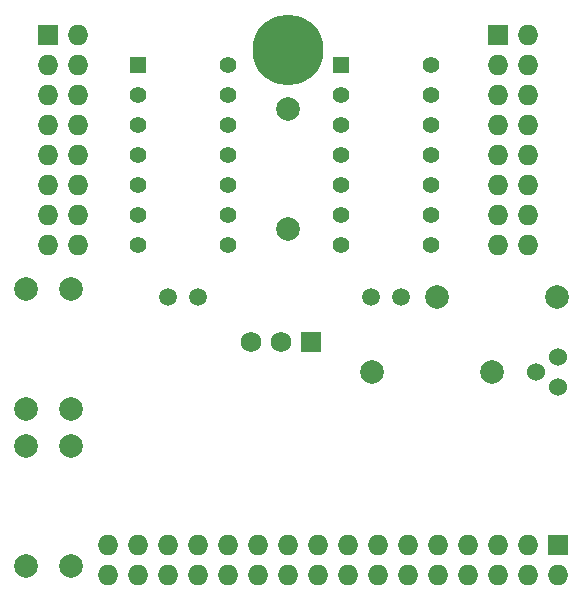
<source format=gbs>
%FSLAX34Y34*%
G04 Gerber Fmt 3.4, Leading zero omitted, Abs format*
G04 (created by PCBNEW (2014-jan-25)-product) date Sun 13 Jul 2014 07:55:22 AM PDT*
%MOIN*%
G01*
G70*
G90*
G04 APERTURE LIST*
%ADD10C,0.003937*%
%ADD11C,0.059100*%
%ADD12R,0.068000X0.068000*%
%ADD13O,0.068000X0.068000*%
%ADD14C,0.060000*%
%ADD15C,0.078700*%
%ADD16R,0.055000X0.055000*%
%ADD17C,0.055000*%
%ADD18C,0.068000*%
%ADD19C,0.236220*%
G04 APERTURE END LIST*
G54D10*
G54D11*
X37000Y-50250D03*
X36000Y-50250D03*
X43750Y-50250D03*
X42750Y-50250D03*
G54D12*
X32000Y-41500D03*
G54D13*
X33000Y-41500D03*
X32000Y-42500D03*
X33000Y-42500D03*
X32000Y-43500D03*
X33000Y-43500D03*
X32000Y-44500D03*
X33000Y-44500D03*
X32000Y-45500D03*
X33000Y-45500D03*
X32000Y-46500D03*
X33000Y-46500D03*
X32000Y-47500D03*
X33000Y-47500D03*
X32000Y-48500D03*
X33000Y-48500D03*
G54D12*
X47000Y-41500D03*
G54D13*
X48000Y-41500D03*
X47000Y-42500D03*
X48000Y-42500D03*
X47000Y-43500D03*
X48000Y-43500D03*
X47000Y-44500D03*
X48000Y-44500D03*
X47000Y-45500D03*
X48000Y-45500D03*
X47000Y-46500D03*
X48000Y-46500D03*
X47000Y-47500D03*
X48000Y-47500D03*
X47000Y-48500D03*
X48000Y-48500D03*
G54D12*
X49000Y-58500D03*
G54D13*
X49000Y-59500D03*
X48000Y-58500D03*
X48000Y-59500D03*
X47000Y-58500D03*
X47000Y-59500D03*
X46000Y-58500D03*
X46000Y-59500D03*
X45000Y-58500D03*
X45000Y-59500D03*
X44000Y-58500D03*
X44000Y-59500D03*
X43000Y-58500D03*
X43000Y-59500D03*
X42000Y-58500D03*
X42000Y-59500D03*
X41000Y-58500D03*
X41000Y-59500D03*
X40000Y-58500D03*
X40000Y-59500D03*
X39000Y-58500D03*
X39000Y-59500D03*
X38000Y-58500D03*
X38000Y-59500D03*
X37000Y-58500D03*
X37000Y-59500D03*
X36000Y-58500D03*
X36000Y-59500D03*
X35000Y-58500D03*
X35000Y-59500D03*
X34000Y-58500D03*
X34000Y-59500D03*
G54D14*
X49000Y-53250D03*
X48250Y-52750D03*
X49000Y-52250D03*
G54D15*
X31250Y-53969D03*
X31250Y-49969D03*
X31250Y-59219D03*
X31250Y-55219D03*
X32750Y-53969D03*
X32750Y-49969D03*
X32750Y-59219D03*
X32750Y-55219D03*
X48969Y-50250D03*
X44969Y-50250D03*
X42781Y-52750D03*
X46781Y-52750D03*
X40000Y-47969D03*
X40000Y-43969D03*
G54D16*
X41750Y-42500D03*
G54D17*
X41750Y-43500D03*
X41750Y-44500D03*
X41750Y-45500D03*
X41750Y-46500D03*
X41750Y-47500D03*
X41750Y-48500D03*
X44750Y-48500D03*
X44750Y-47500D03*
X44750Y-46500D03*
X44750Y-45500D03*
X44750Y-44500D03*
X44750Y-43500D03*
X44750Y-42500D03*
G54D16*
X35000Y-42500D03*
G54D17*
X35000Y-43500D03*
X35000Y-44500D03*
X35000Y-45500D03*
X35000Y-46500D03*
X35000Y-47500D03*
X35000Y-48500D03*
X38000Y-48500D03*
X38000Y-47500D03*
X38000Y-46500D03*
X38000Y-45500D03*
X38000Y-44500D03*
X38000Y-43500D03*
X38000Y-42500D03*
G54D12*
X40750Y-51750D03*
G54D18*
X39750Y-51750D03*
X38750Y-51750D03*
G54D19*
X40000Y-42000D03*
M02*

</source>
